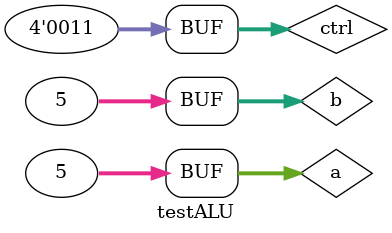
<source format=v>

module mipsALU (ALUctrl,in1,in2,op,zeroSignal);
input  [3:0] ALUctrl;
input signed [31:0]in1,in2;
output reg signed [31:0] op; 
output zeroSignal;


 
assign zeroSignal = (0 == op); //Zero is true if ALU ouput is 0; 
//assign do the assigning continously in program
  

always @(ALUctrl or in1 or in2)
begin
case (ALUctrl)
0: op  <= in1 & in2; //and
1: op  <= in1 | in2;//or
2: op  <= in1 + in2; // add
//6: op  <= in1 - in2; //subtract
6: begin 
       if ((in1-in2)>0)
         begin 
    op  <= in1 - in2; //normal subtract subtract
         end
       if ((in1-in2)<0) 
          begin
    op <= (~(in1-in2))+1;
    op <= op*(-1);

           end
     end
7: op  <= in1 < in2 ? 1:0; // if in1 is less than in2 then op is 1 
12:op  <= ~(in1 | in2); //nor

3:op <= in1 << in2 ;

default: op <= 0; //by default output is zero 

endcase

end
endmodule





 //our test module :
 
 
module testALU ;  
  
reg [31:0]a,b;
reg [3:0]ctrl;

wire zeroSig;
wire [31:0] o;



initial 
begin 
  

$monitor ("at time %2t , a=%b ,b=%b ,ctrl=%d , zeroSignal=%b , out =%b ",$time ,a,b,ctrl,zeroSig ,o);
//$monitor ("at time %2t , a=%d ,b=%d ,ctrl=%d , zeroSignal=%d , out =%d ",$time ,a,b,ctrl,zeroSig ,o);
a=5 ; b= 4; ctrl = 0 ;
#10

a=2 ; b=2;ctrl = 1 ;
#10

a=8 ; b=10;ctrl = 2 ;
#10
a=8 ; b=10;ctrl = 6 ;
#10
a=8 ; b=10;ctrl = 7 ;
#10
a=8 ; b=10;ctrl = 12 ;
#10
a=5 ; b=10;ctrl = 15 ; //noth should happen (zero out)
#10
a=5 ; b=5;ctrl = 6 ;//check for zero signal to be 1 
#10
a=5 ; b=5; ctrl =3; //check on shift left logic by 5 
end

mipsALU A1(ctrl,a,b,o,zeroSig);

endmodule




</source>
